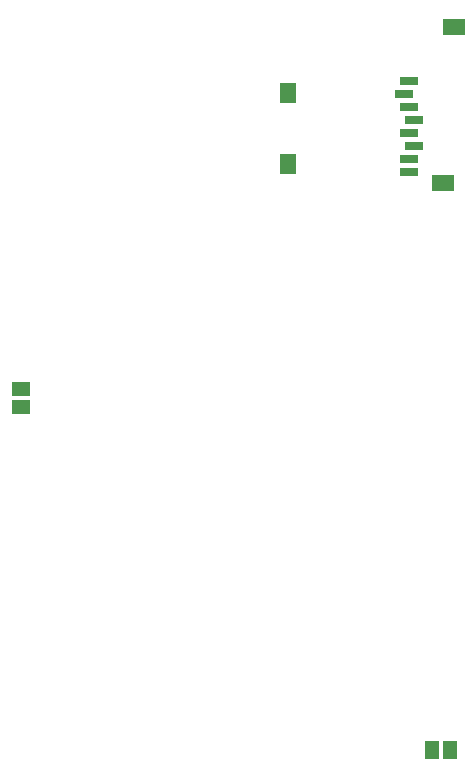
<source format=gtp>
G75*
G70*
%OFA0B0*%
%FSLAX24Y24*%
%IPPOS*%
%LPD*%
%AMOC8*
5,1,8,0,0,1.08239X$1,22.5*
%
%ADD10R,0.0630X0.0460*%
%ADD11R,0.0748X0.0551*%
%ADD12R,0.0551X0.0709*%
%ADD13R,0.0591X0.0276*%
%ADD14R,0.0460X0.0630*%
D10*
X028181Y019288D03*
X028181Y019888D03*
D11*
X042262Y026746D03*
X042616Y031943D03*
D12*
X037104Y029738D03*
X037104Y027376D03*
D13*
X040962Y029699D03*
X041120Y030132D03*
X041120Y029265D03*
X041277Y028832D03*
X041120Y028399D03*
X041277Y027966D03*
X041120Y027533D03*
X041120Y027100D03*
D14*
X041881Y007838D03*
X042481Y007838D03*
M02*

</source>
